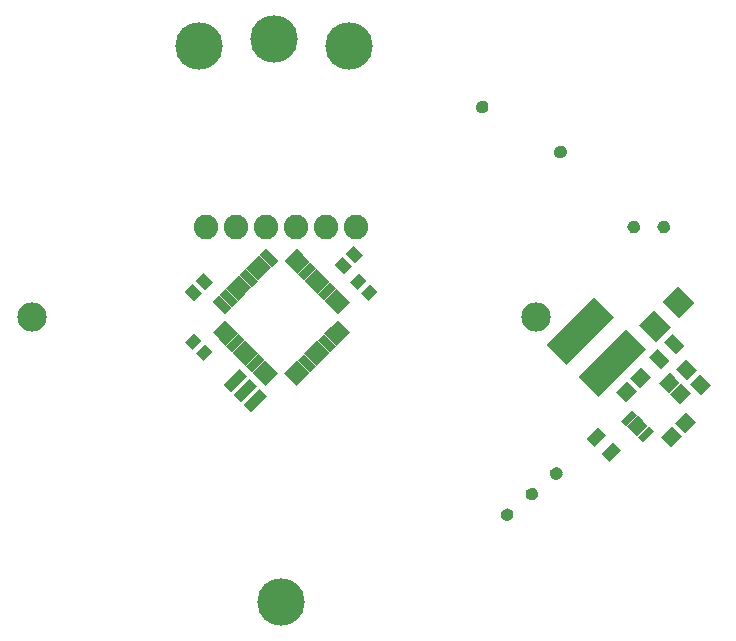
<source format=gts>
G75*
%MOIN*%
%OFA0B0*%
%FSLAX25Y25*%
%IPPOS*%
%LPD*%
%AMOC8*
5,1,8,0,0,1.08239X$1,22.5*
%
%ADD10C,0.15800*%
%ADD11C,0.00500*%
%ADD12C,0.08200*%
%ADD13R,0.03556X0.04343*%
%ADD14R,0.03556X0.07493*%
%ADD15R,0.05800X0.03000*%
%ADD16R,0.03000X0.05800*%
%ADD17R,0.02375X0.05131*%
%ADD18R,0.22454X0.09265*%
%ADD19R,0.03950X0.05524*%
%ADD20R,0.05131X0.04737*%
%ADD21C,0.09800*%
%ADD22R,0.07099X0.07887*%
D10*
X0171500Y0066300D03*
X0194200Y0251500D03*
X0169200Y0254000D03*
X0144200Y0251500D03*
D11*
X0236809Y0231751D02*
X0236954Y0232106D01*
X0237185Y0232435D01*
X0237483Y0232705D01*
X0237833Y0232902D01*
X0238219Y0233015D01*
X0238620Y0233040D01*
X0239017Y0232976D01*
X0239390Y0232824D01*
X0239704Y0232583D01*
X0239958Y0232279D01*
X0240137Y0231925D01*
X0240233Y0231541D01*
X0240241Y0231144D01*
X0240161Y0230756D01*
X0239996Y0230396D01*
X0239764Y0230087D01*
X0239469Y0229837D01*
X0239126Y0229660D01*
X0238752Y0229563D01*
X0238366Y0229552D01*
X0237987Y0229627D01*
X0237635Y0229784D01*
X0237321Y0230005D01*
X0237065Y0230289D01*
X0236878Y0230623D01*
X0236770Y0230991D01*
X0236747Y0231373D01*
X0236809Y0231751D01*
X0236783Y0231590D02*
X0240221Y0231590D01*
X0240230Y0231092D02*
X0236764Y0231092D01*
X0236895Y0230593D02*
X0240087Y0230593D01*
X0239770Y0230095D02*
X0237240Y0230095D01*
X0238143Y0229596D02*
X0238880Y0229596D01*
X0240054Y0232089D02*
X0236947Y0232089D01*
X0237353Y0232587D02*
X0239699Y0232587D01*
X0262976Y0217117D02*
X0263206Y0217446D01*
X0263504Y0217716D01*
X0263855Y0217913D01*
X0264241Y0218026D01*
X0264642Y0218051D01*
X0265039Y0217987D01*
X0265411Y0217835D01*
X0265726Y0217594D01*
X0265979Y0217290D01*
X0266159Y0216936D01*
X0266255Y0216552D01*
X0266263Y0216155D01*
X0266183Y0215767D01*
X0266018Y0215407D01*
X0265786Y0215098D01*
X0265491Y0214848D01*
X0265148Y0214671D01*
X0264774Y0214574D01*
X0264388Y0214563D01*
X0264009Y0214638D01*
X0263656Y0214795D01*
X0263343Y0215016D01*
X0263086Y0215300D01*
X0262899Y0215634D01*
X0262792Y0216002D01*
X0262768Y0216384D01*
X0262831Y0216762D01*
X0262976Y0217117D01*
X0262987Y0217133D02*
X0266059Y0217133D01*
X0266234Y0216635D02*
X0262810Y0216635D01*
X0262783Y0216136D02*
X0266259Y0216136D01*
X0266124Y0215638D02*
X0262898Y0215638D01*
X0263231Y0215139D02*
X0265817Y0215139D01*
X0265032Y0214641D02*
X0264003Y0214641D01*
X0263412Y0217632D02*
X0265677Y0217632D01*
X0287891Y0192640D02*
X0288226Y0192863D01*
X0288602Y0193005D01*
X0289000Y0193060D01*
X0289393Y0193009D01*
X0289765Y0192872D01*
X0290097Y0192655D01*
X0290372Y0192370D01*
X0290577Y0192031D01*
X0290702Y0191655D01*
X0290740Y0191260D01*
X0290693Y0190877D01*
X0290563Y0190513D01*
X0290354Y0190188D01*
X0290079Y0189917D01*
X0289750Y0189714D01*
X0289384Y0189590D01*
X0289000Y0189550D01*
X0288618Y0189584D01*
X0288254Y0189702D01*
X0287925Y0189898D01*
X0287648Y0190163D01*
X0287437Y0190482D01*
X0287302Y0190841D01*
X0287250Y0191220D01*
X0287285Y0191621D01*
X0287408Y0192003D01*
X0287614Y0192349D01*
X0287891Y0192640D01*
X0287990Y0192706D02*
X0290018Y0192706D01*
X0290471Y0192208D02*
X0287530Y0192208D01*
X0287314Y0191709D02*
X0290684Y0191709D01*
X0290734Y0191211D02*
X0287251Y0191211D01*
X0287350Y0190712D02*
X0290634Y0190712D01*
X0290371Y0190214D02*
X0287614Y0190214D01*
X0288232Y0189715D02*
X0289751Y0189715D01*
X0297302Y0190841D02*
X0297250Y0191220D01*
X0297285Y0191621D01*
X0297408Y0192003D01*
X0297614Y0192349D01*
X0297891Y0192640D01*
X0298226Y0192863D01*
X0298602Y0193005D01*
X0299000Y0193060D01*
X0299393Y0193009D01*
X0299765Y0192872D01*
X0300097Y0192655D01*
X0300372Y0192370D01*
X0300577Y0192031D01*
X0300702Y0191655D01*
X0300740Y0191260D01*
X0300693Y0190877D01*
X0300563Y0190513D01*
X0300354Y0190188D01*
X0300079Y0189917D01*
X0299750Y0189714D01*
X0299384Y0189590D01*
X0299000Y0189550D01*
X0298618Y0189584D01*
X0298254Y0189702D01*
X0297925Y0189898D01*
X0297648Y0190163D01*
X0297437Y0190482D01*
X0297302Y0190841D01*
X0297350Y0190712D02*
X0300634Y0190712D01*
X0300734Y0191211D02*
X0297251Y0191211D01*
X0297314Y0191709D02*
X0300684Y0191709D01*
X0300471Y0192208D02*
X0297530Y0192208D01*
X0297990Y0192706D02*
X0300018Y0192706D01*
X0300371Y0190214D02*
X0297614Y0190214D01*
X0298232Y0189715D02*
X0299751Y0189715D01*
X0263904Y0110782D02*
X0264254Y0110585D01*
X0264552Y0110315D01*
X0264766Y0109981D01*
X0264900Y0109608D01*
X0264947Y0109215D01*
X0264906Y0108821D01*
X0264778Y0108446D01*
X0264570Y0108108D01*
X0264292Y0107826D01*
X0263968Y0107615D01*
X0263606Y0107481D01*
X0263223Y0107432D01*
X0262838Y0107469D01*
X0262472Y0107590D01*
X0262141Y0107791D01*
X0261864Y0108059D01*
X0261644Y0108373D01*
X0261501Y0108728D01*
X0261439Y0109106D01*
X0261464Y0109489D01*
X0261573Y0109856D01*
X0261761Y0110190D01*
X0262018Y0110473D01*
X0262347Y0110704D01*
X0262720Y0110856D01*
X0263117Y0110920D01*
X0263518Y0110895D01*
X0263904Y0110782D01*
X0264401Y0110452D02*
X0261999Y0110452D01*
X0261627Y0109953D02*
X0264776Y0109953D01*
X0264918Y0109455D02*
X0261462Y0109455D01*
X0261464Y0108956D02*
X0264920Y0108956D01*
X0264782Y0108458D02*
X0261610Y0108458D01*
X0261967Y0107959D02*
X0264423Y0107959D01*
X0263446Y0107461D02*
X0262922Y0107461D01*
X0256366Y0103394D02*
X0256580Y0103060D01*
X0256714Y0102687D01*
X0256761Y0102293D01*
X0256720Y0101899D01*
X0256592Y0101524D01*
X0256384Y0101187D01*
X0256106Y0100904D01*
X0255782Y0100693D01*
X0255420Y0100560D01*
X0255037Y0100510D01*
X0254652Y0100547D01*
X0254285Y0100669D01*
X0253955Y0100869D01*
X0253677Y0101138D01*
X0253458Y0101452D01*
X0253314Y0101807D01*
X0253253Y0102185D01*
X0253278Y0102567D01*
X0253386Y0102934D01*
X0253574Y0103268D01*
X0253832Y0103552D01*
X0254161Y0103782D01*
X0254534Y0103934D01*
X0254930Y0103999D01*
X0255332Y0103974D01*
X0255717Y0103860D01*
X0256068Y0103664D01*
X0256366Y0103394D01*
X0256279Y0103473D02*
X0253760Y0103473D01*
X0253409Y0102974D02*
X0256610Y0102974D01*
X0256739Y0102476D02*
X0253272Y0102476D01*
X0253287Y0101977D02*
X0256728Y0101977D01*
X0256564Y0101479D02*
X0253447Y0101479D01*
X0253840Y0100980D02*
X0256180Y0100980D01*
X0255341Y0103971D02*
X0254761Y0103971D01*
X0248150Y0096539D02*
X0248364Y0096205D01*
X0248498Y0095832D01*
X0248545Y0095439D01*
X0248504Y0095045D01*
X0248376Y0094669D01*
X0248168Y0094332D01*
X0247890Y0094050D01*
X0247567Y0093839D01*
X0247204Y0093705D01*
X0246821Y0093656D01*
X0246436Y0093693D01*
X0246070Y0093814D01*
X0245739Y0094014D01*
X0245462Y0094283D01*
X0245243Y0094597D01*
X0245099Y0094952D01*
X0245037Y0095330D01*
X0245062Y0095713D01*
X0245171Y0096080D01*
X0245359Y0096414D01*
X0245616Y0096697D01*
X0245946Y0096928D01*
X0246318Y0097079D01*
X0246715Y0097144D01*
X0247116Y0097119D01*
X0247502Y0097006D01*
X0247852Y0096809D01*
X0248150Y0096539D01*
X0248180Y0096494D02*
X0245431Y0096494D01*
X0245146Y0095995D02*
X0248440Y0095995D01*
X0248538Y0095497D02*
X0245048Y0095497D01*
X0245091Y0094998D02*
X0248488Y0094998D01*
X0248271Y0094499D02*
X0245311Y0094499D01*
X0245762Y0094001D02*
X0247815Y0094001D01*
X0247526Y0096992D02*
X0246103Y0096992D01*
D12*
X0196500Y0191300D03*
X0186500Y0191300D03*
X0176500Y0191300D03*
X0166500Y0191300D03*
X0156500Y0191300D03*
X0146500Y0191300D03*
D13*
G36*
X0148602Y0172833D02*
X0146087Y0170318D01*
X0143018Y0173387D01*
X0145533Y0175902D01*
X0148602Y0172833D01*
G37*
G36*
X0144982Y0169213D02*
X0142467Y0166698D01*
X0139398Y0169767D01*
X0141913Y0172282D01*
X0144982Y0169213D01*
G37*
G36*
X0141913Y0150318D02*
X0139398Y0152833D01*
X0142467Y0155902D01*
X0144982Y0153387D01*
X0141913Y0150318D01*
G37*
G36*
X0145533Y0146698D02*
X0143018Y0149213D01*
X0146087Y0152282D01*
X0148602Y0149767D01*
X0145533Y0146698D01*
G37*
G36*
X0189398Y0178767D02*
X0191913Y0181282D01*
X0194982Y0178213D01*
X0192467Y0175698D01*
X0189398Y0178767D01*
G37*
G36*
X0193018Y0182387D02*
X0195533Y0184902D01*
X0198602Y0181833D01*
X0196087Y0179318D01*
X0193018Y0182387D01*
G37*
G36*
X0197467Y0175902D02*
X0199982Y0173387D01*
X0196913Y0170318D01*
X0194398Y0172833D01*
X0197467Y0175902D01*
G37*
G36*
X0201087Y0172282D02*
X0203602Y0169767D01*
X0200533Y0166698D01*
X0198018Y0169213D01*
X0201087Y0172282D01*
G37*
D14*
G36*
X0164232Y0137365D02*
X0166747Y0134850D01*
X0161450Y0129553D01*
X0158935Y0132068D01*
X0164232Y0137365D01*
G37*
G36*
X0160891Y0140706D02*
X0163406Y0138191D01*
X0158109Y0132894D01*
X0155594Y0135409D01*
X0160891Y0140706D01*
G37*
G36*
X0157550Y0144047D02*
X0160065Y0141532D01*
X0154768Y0136235D01*
X0152253Y0138750D01*
X0157550Y0144047D01*
G37*
D15*
G36*
X0166002Y0146998D02*
X0161902Y0142898D01*
X0159780Y0145020D01*
X0163880Y0149120D01*
X0166002Y0146998D01*
G37*
G36*
X0168229Y0144771D02*
X0164129Y0140671D01*
X0162007Y0142793D01*
X0166107Y0146893D01*
X0168229Y0144771D01*
G37*
G36*
X0170456Y0142544D02*
X0166356Y0138444D01*
X0164234Y0140566D01*
X0168334Y0144666D01*
X0170456Y0142544D01*
G37*
G36*
X0163774Y0149225D02*
X0159674Y0145125D01*
X0157552Y0147247D01*
X0161652Y0151347D01*
X0163774Y0149225D01*
G37*
G36*
X0161547Y0151452D02*
X0157447Y0147352D01*
X0155325Y0149474D01*
X0159425Y0153574D01*
X0161547Y0151452D01*
G37*
G36*
X0159320Y0153680D02*
X0155220Y0149580D01*
X0153098Y0151702D01*
X0157198Y0155802D01*
X0159320Y0153680D01*
G37*
G36*
X0157093Y0155907D02*
X0152993Y0151807D01*
X0150871Y0153929D01*
X0154971Y0158029D01*
X0157093Y0155907D01*
G37*
G36*
X0154866Y0158134D02*
X0150766Y0154034D01*
X0148644Y0156156D01*
X0152744Y0160256D01*
X0154866Y0158134D01*
G37*
G36*
X0183220Y0177580D02*
X0179120Y0173480D01*
X0176998Y0175602D01*
X0181098Y0179702D01*
X0183220Y0177580D01*
G37*
G36*
X0185448Y0175353D02*
X0181348Y0171253D01*
X0179226Y0173375D01*
X0183326Y0177475D01*
X0185448Y0175353D01*
G37*
G36*
X0187675Y0173126D02*
X0183575Y0169026D01*
X0181453Y0171148D01*
X0185553Y0175248D01*
X0187675Y0173126D01*
G37*
G36*
X0189902Y0170898D02*
X0185802Y0166798D01*
X0183680Y0168920D01*
X0187780Y0173020D01*
X0189902Y0170898D01*
G37*
G36*
X0192129Y0168671D02*
X0188029Y0164571D01*
X0185907Y0166693D01*
X0190007Y0170793D01*
X0192129Y0168671D01*
G37*
G36*
X0194356Y0166444D02*
X0190256Y0162344D01*
X0188134Y0164466D01*
X0192234Y0168566D01*
X0194356Y0166444D01*
G37*
G36*
X0180993Y0179807D02*
X0176893Y0175707D01*
X0174771Y0177829D01*
X0178871Y0181929D01*
X0180993Y0179807D01*
G37*
G36*
X0178766Y0182034D02*
X0174666Y0177934D01*
X0172544Y0180056D01*
X0176644Y0184156D01*
X0178766Y0182034D01*
G37*
D16*
G36*
X0170456Y0180056D02*
X0168334Y0177934D01*
X0164234Y0182034D01*
X0166356Y0184156D01*
X0170456Y0180056D01*
G37*
G36*
X0168229Y0177829D02*
X0166107Y0175707D01*
X0162007Y0179807D01*
X0164129Y0181929D01*
X0168229Y0177829D01*
G37*
G36*
X0166002Y0175602D02*
X0163880Y0173480D01*
X0159780Y0177580D01*
X0161902Y0179702D01*
X0166002Y0175602D01*
G37*
G36*
X0163774Y0173375D02*
X0161652Y0171253D01*
X0157552Y0175353D01*
X0159674Y0177475D01*
X0163774Y0173375D01*
G37*
G36*
X0161547Y0171148D02*
X0159425Y0169026D01*
X0155325Y0173126D01*
X0157447Y0175248D01*
X0161547Y0171148D01*
G37*
G36*
X0159320Y0168920D02*
X0157198Y0166798D01*
X0153098Y0170898D01*
X0155220Y0173020D01*
X0159320Y0168920D01*
G37*
G36*
X0157093Y0166693D02*
X0154971Y0164571D01*
X0150871Y0168671D01*
X0152993Y0170793D01*
X0157093Y0166693D01*
G37*
G36*
X0154866Y0164466D02*
X0152744Y0162344D01*
X0148644Y0166444D01*
X0150766Y0168566D01*
X0154866Y0164466D01*
G37*
G36*
X0178766Y0140566D02*
X0176644Y0138444D01*
X0172544Y0142544D01*
X0174666Y0144666D01*
X0178766Y0140566D01*
G37*
G36*
X0180993Y0142793D02*
X0178871Y0140671D01*
X0174771Y0144771D01*
X0176893Y0146893D01*
X0180993Y0142793D01*
G37*
G36*
X0183220Y0145020D02*
X0181098Y0142898D01*
X0176998Y0146998D01*
X0179120Y0149120D01*
X0183220Y0145020D01*
G37*
G36*
X0185448Y0147247D02*
X0183326Y0145125D01*
X0179226Y0149225D01*
X0181348Y0151347D01*
X0185448Y0147247D01*
G37*
G36*
X0187675Y0149474D02*
X0185553Y0147352D01*
X0181453Y0151452D01*
X0183575Y0153574D01*
X0187675Y0149474D01*
G37*
G36*
X0189902Y0151702D02*
X0187780Y0149580D01*
X0183680Y0153680D01*
X0185802Y0155802D01*
X0189902Y0151702D01*
G37*
G36*
X0192129Y0153929D02*
X0190007Y0151807D01*
X0185907Y0155907D01*
X0188029Y0158029D01*
X0192129Y0153929D01*
G37*
G36*
X0194356Y0156156D02*
X0192234Y0154034D01*
X0188134Y0158134D01*
X0190256Y0160256D01*
X0194356Y0156156D01*
G37*
D17*
G36*
X0286548Y0125098D02*
X0284869Y0126777D01*
X0288496Y0130404D01*
X0290175Y0128725D01*
X0286548Y0125098D01*
G37*
G36*
X0288357Y0123288D02*
X0286678Y0124967D01*
X0290305Y0128594D01*
X0291984Y0126915D01*
X0288357Y0123288D01*
G37*
G36*
X0290167Y0121478D02*
X0288488Y0123157D01*
X0292115Y0126784D01*
X0293794Y0125105D01*
X0290167Y0121478D01*
G37*
G36*
X0291977Y0119669D02*
X0290298Y0121348D01*
X0293925Y0124975D01*
X0295604Y0123296D01*
X0291977Y0119669D01*
G37*
G36*
X0304504Y0132196D02*
X0302825Y0133875D01*
X0306452Y0137502D01*
X0308131Y0135823D01*
X0304504Y0132196D01*
G37*
G36*
X0302694Y0134006D02*
X0301015Y0135685D01*
X0304642Y0139312D01*
X0306321Y0137633D01*
X0302694Y0134006D01*
G37*
G36*
X0300885Y0135815D02*
X0299206Y0137494D01*
X0302833Y0141121D01*
X0304512Y0139442D01*
X0300885Y0135815D01*
G37*
G36*
X0299075Y0137625D02*
X0297396Y0139304D01*
X0301023Y0142931D01*
X0302702Y0141252D01*
X0299075Y0137625D01*
G37*
D18*
G36*
X0293059Y0150618D02*
X0277182Y0134741D01*
X0270631Y0141292D01*
X0286508Y0157169D01*
X0293059Y0150618D01*
G37*
G36*
X0282369Y0161308D02*
X0266492Y0145431D01*
X0259941Y0151982D01*
X0275818Y0167859D01*
X0282369Y0161308D01*
G37*
D19*
G36*
X0294146Y0147851D02*
X0296939Y0150644D01*
X0300844Y0146739D01*
X0298051Y0143946D01*
X0294146Y0147851D01*
G37*
G36*
X0299156Y0152861D02*
X0301949Y0155654D01*
X0305854Y0151749D01*
X0303061Y0148956D01*
X0299156Y0152861D01*
G37*
G36*
X0277051Y0124654D02*
X0279844Y0121861D01*
X0275939Y0117956D01*
X0273146Y0120749D01*
X0277051Y0124654D01*
G37*
G36*
X0282061Y0119644D02*
X0284854Y0116851D01*
X0280949Y0112946D01*
X0278156Y0115739D01*
X0282061Y0119644D01*
G37*
D20*
G36*
X0283146Y0136295D02*
X0286773Y0139922D01*
X0290122Y0136573D01*
X0286495Y0132946D01*
X0283146Y0136295D01*
G37*
G36*
X0287878Y0141027D02*
X0291505Y0144654D01*
X0294854Y0141305D01*
X0291227Y0137678D01*
X0287878Y0141027D01*
G37*
G36*
X0306495Y0147154D02*
X0310122Y0143527D01*
X0306773Y0140178D01*
X0303146Y0143805D01*
X0306495Y0147154D01*
G37*
G36*
X0311227Y0142422D02*
X0314854Y0138795D01*
X0311505Y0135446D01*
X0307878Y0139073D01*
X0311227Y0142422D01*
G37*
G36*
X0309854Y0126305D02*
X0306227Y0122678D01*
X0302878Y0126027D01*
X0306505Y0129654D01*
X0309854Y0126305D01*
G37*
G36*
X0305122Y0121573D02*
X0301495Y0117946D01*
X0298146Y0121295D01*
X0301773Y0124922D01*
X0305122Y0121573D01*
G37*
D21*
X0256500Y0161300D03*
X0088500Y0161300D03*
D22*
G36*
X0301400Y0158125D02*
X0296381Y0153106D01*
X0290806Y0158681D01*
X0295825Y0163700D01*
X0301400Y0158125D01*
G37*
G36*
X0309194Y0165919D02*
X0304175Y0160900D01*
X0298600Y0166475D01*
X0303619Y0171494D01*
X0309194Y0165919D01*
G37*
M02*

</source>
